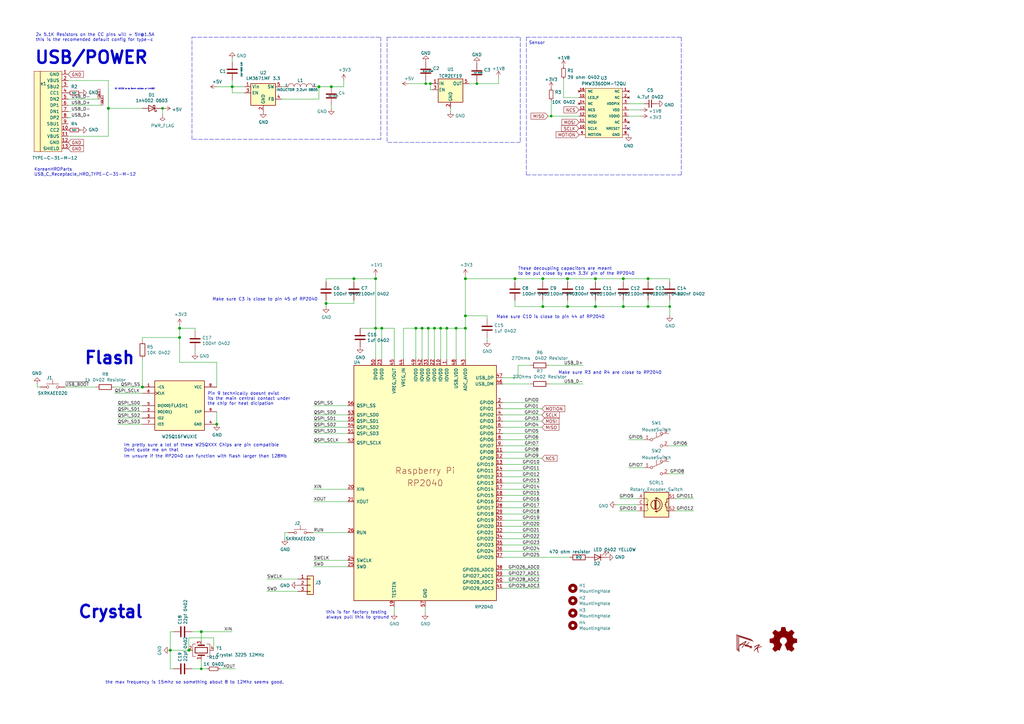
<source format=kicad_sch>
(kicad_sch (version 20210621) (generator eeschema)
  (paper "A3")
  (title_block (date "2021-10-30"))
  (junction (at 44.45 44.45) (diameter 1.016))
  (junction (at 58.42 158.75) (diameter 1.016))
  (junction (at 66.675 44.45))
  (junction (at 69.85 266.7) (diameter 1.016))
  (junction (at 73.66 134.62) (diameter 1.016))
  (junction (at 73.66 138.43) (diameter 1.016))
  (junction (at 77.47 266.7) (diameter 1.016))
  (junction (at 82.55 259.08) (diameter 1.016))
  (junction (at 82.55 274.32))
  (junction (at 88.9 173.99) (diameter 1.016))
  (junction (at 95.25 35.56) (diameter 1.016))
  (junction (at 130.81 35.56) (diameter 1.016))
  (junction (at 133.731 124.46) (diameter 1.016))
  (junction (at 135.89 35.56) (diameter 1.016))
  (junction (at 145.161 114.3) (diameter 1.016))
  (junction (at 154.051 114.3) (diameter 1.016))
  (junction (at 154.051 134.62) (diameter 1.016))
  (junction (at 156.591 134.62) (diameter 1.016))
  (junction (at 170.561 134.62) (diameter 1.016))
  (junction (at 173.101 134.62) (diameter 1.016))
  (junction (at 174.625 34.29))
  (junction (at 175.641 134.62) (diameter 1.016))
  (junction (at 176.53 34.29))
  (junction (at 178.181 134.62) (diameter 1.016))
  (junction (at 180.721 134.62) (diameter 1.016))
  (junction (at 183.261 134.62) (diameter 1.016))
  (junction (at 187.071 134.62) (diameter 1.016))
  (junction (at 190.881 114.3) (diameter 1.016))
  (junction (at 190.881 129.54) (diameter 1.016))
  (junction (at 190.881 134.62) (diameter 1.016))
  (junction (at 195.58 34.29))
  (junction (at 211.201 114.3) (diameter 1.016))
  (junction (at 222.631 114.3) (diameter 1.016))
  (junction (at 222.631 125.73) (diameter 1.016))
  (junction (at 226.06 47.625))
  (junction (at 232.791 114.3) (diameter 1.016))
  (junction (at 232.791 125.73) (diameter 1.016))
  (junction (at 244.221 114.3) (diameter 1.016))
  (junction (at 244.221 125.73) (diameter 1.016))
  (junction (at 255.651 114.3) (diameter 1.016))
  (junction (at 255.651 125.73) (diameter 1.016))
  (junction (at 265.811 114.3) (diameter 1.016))
  (junction (at 265.811 125.73) (diameter 1.016))
  (junction (at 274.701 125.73))
  (no_connect (at 257.81 52.705))
  (wire (pts (xy 15.24 158.75) (xy 15.24 157.48)))
  (wire (pts (xy 16.51 158.75) (xy 15.24 158.75)))
  (wire (pts (xy 27.94 33.02) (xy 44.45 33.02)))
  (wire (pts (xy 27.94 40.64) (xy 40.64 40.64)))
  (wire (pts (xy 27.94 43.18) (xy 41.91 43.18)))
  (wire (pts (xy 27.94 45.72) (xy 29.21 45.72)))
  (wire (pts (xy 27.94 48.26) (xy 29.21 48.26)))
  (wire (pts (xy 39.37 158.75) (xy 26.67 158.75)))
  (wire (pts (xy 44.45 33.02) (xy 44.45 44.45)))
  (wire (pts (xy 44.45 44.45) (xy 44.45 55.88)))
  (wire (pts (xy 44.45 44.45) (xy 58.42 44.45)))
  (wire (pts (xy 44.45 55.88) (xy 27.94 55.88)))
  (wire (pts (xy 46.99 158.75) (xy 58.42 158.75)))
  (wire (pts (xy 46.99 161.29) (xy 58.42 161.29)))
  (wire (pts (xy 48.26 168.91) (xy 58.42 168.91)))
  (wire (pts (xy 58.42 138.43) (xy 73.66 138.43)))
  (wire (pts (xy 58.42 139.7) (xy 58.42 138.43)))
  (wire (pts (xy 58.42 147.32) (xy 58.42 158.75)))
  (wire (pts (xy 58.42 166.37) (xy 48.26 166.37)))
  (wire (pts (xy 58.42 171.45) (xy 48.26 171.45)))
  (wire (pts (xy 58.42 173.99) (xy 48.26 173.99)))
  (wire (pts (xy 66.675 44.45) (xy 66.04 44.45)))
  (wire (pts (xy 66.675 44.45) (xy 67.31 44.45)))
  (wire (pts (xy 66.675 46.99) (xy 66.675 44.45)))
  (wire (pts (xy 69.85 259.08) (xy 71.12 259.08)))
  (wire (pts (xy 69.85 266.7) (xy 69.85 259.08)))
  (wire (pts (xy 69.85 266.7) (xy 69.85 274.32)))
  (wire (pts (xy 69.85 266.7) (xy 77.47 266.7)))
  (wire (pts (xy 69.85 274.32) (xy 71.12 274.32)))
  (wire (pts (xy 73.66 133.35) (xy 73.66 134.62)))
  (wire (pts (xy 73.66 134.62) (xy 73.66 138.43)))
  (wire (pts (xy 73.66 138.43) (xy 73.66 148.59)))
  (wire (pts (xy 73.66 148.59) (xy 88.9 148.59)))
  (wire (pts (xy 77.47 261.62) (xy 87.63 261.62)))
  (wire (pts (xy 77.47 266.7) (xy 77.47 261.62)))
  (wire (pts (xy 78.74 259.08) (xy 82.55 259.08)))
  (wire (pts (xy 78.74 274.32) (xy 82.55 274.32)))
  (wire (pts (xy 80.01 134.62) (xy 73.66 134.62)))
  (wire (pts (xy 80.01 135.89) (xy 80.01 134.62)))
  (wire (pts (xy 80.01 143.51) (xy 80.01 144.78)))
  (wire (pts (xy 82.55 259.08) (xy 82.55 262.89)))
  (wire (pts (xy 82.55 259.08) (xy 95.25 259.08)))
  (wire (pts (xy 82.55 270.51) (xy 82.55 274.32)))
  (wire (pts (xy 82.55 274.32) (xy 85.09 274.32)))
  (wire (pts (xy 87.63 261.62) (xy 87.63 266.7)))
  (wire (pts (xy 88.9 35.56) (xy 95.25 35.56)))
  (wire (pts (xy 88.9 158.75) (xy 88.9 148.59)))
  (wire (pts (xy 88.9 168.91) (xy 88.9 173.99)))
  (wire (pts (xy 90.17 274.32) (xy 96.52 274.32)))
  (wire (pts (xy 95.25 25.4) (xy 95.25 24.13)))
  (wire (pts (xy 95.25 33.02) (xy 95.25 35.56)))
  (wire (pts (xy 95.25 35.56) (xy 100.33 35.56)))
  (wire (pts (xy 95.25 38.1) (xy 95.25 35.56)))
  (wire (pts (xy 95.25 38.1) (xy 100.33 38.1)))
  (wire (pts (xy 109.474 242.57) (xy 122.174 242.57)))
  (wire (pts (xy 115.57 35.56) (xy 116.84 35.56)))
  (wire (pts (xy 115.57 40.64) (xy 130.81 40.64)))
  (wire (pts (xy 116.84 218.44) (xy 116.84 220.98)))
  (wire (pts (xy 118.11 218.44) (xy 116.84 218.44)))
  (wire (pts (xy 122.174 237.49) (xy 109.474 237.49)))
  (wire (pts (xy 128.27 218.44) (xy 142.621 218.44)))
  (wire (pts (xy 128.651 170.18) (xy 142.621 170.18)))
  (wire (pts (xy 128.651 172.72) (xy 142.621 172.72)))
  (wire (pts (xy 128.651 175.26) (xy 142.621 175.26)))
  (wire (pts (xy 128.651 177.8) (xy 142.621 177.8)))
  (wire (pts (xy 128.651 200.66) (xy 142.621 200.66)))
  (wire (pts (xy 129.54 35.56) (xy 130.81 35.56)))
  (wire (pts (xy 130.81 35.56) (xy 135.89 35.56)))
  (wire (pts (xy 130.81 40.64) (xy 130.81 35.56)))
  (wire (pts (xy 133.731 114.3) (xy 145.161 114.3)))
  (wire (pts (xy 133.731 115.57) (xy 133.731 114.3)))
  (wire (pts (xy 133.731 123.19) (xy 133.731 124.46)))
  (wire (pts (xy 133.731 124.46) (xy 133.731 125.73)))
  (wire (pts (xy 133.731 124.46) (xy 145.161 124.46)))
  (wire (pts (xy 135.89 43.18) (xy 135.89 44.45)))
  (wire (pts (xy 140.97 33.02) (xy 140.97 35.56)))
  (wire (pts (xy 140.97 35.56) (xy 135.89 35.56)))
  (wire (pts (xy 142.621 166.37) (xy 128.651 166.37)))
  (wire (pts (xy 142.621 181.61) (xy 128.651 181.61)))
  (wire (pts (xy 142.621 205.74) (xy 128.651 205.74)))
  (wire (pts (xy 142.621 229.87) (xy 128.651 229.87)))
  (wire (pts (xy 142.621 232.41) (xy 128.651 232.41)))
  (wire (pts (xy 145.161 114.3) (xy 154.051 114.3)))
  (wire (pts (xy 145.161 115.57) (xy 145.161 114.3)))
  (wire (pts (xy 145.161 124.46) (xy 145.161 123.19)))
  (wire (pts (xy 154.051 113.03) (xy 154.051 114.3)))
  (wire (pts (xy 154.051 114.3) (xy 154.051 134.62)))
  (wire (pts (xy 154.051 134.62) (xy 147.701 134.62)))
  (wire (pts (xy 154.051 134.62) (xy 154.051 147.32)))
  (wire (pts (xy 156.591 134.62) (xy 154.051 134.62)))
  (wire (pts (xy 156.591 147.32) (xy 156.591 134.62)))
  (wire (pts (xy 161.671 134.62) (xy 156.591 134.62)))
  (wire (pts (xy 161.671 147.32) (xy 161.671 134.62)))
  (wire (pts (xy 161.671 248.92) (xy 161.671 251.46)))
  (wire (pts (xy 165.481 134.62) (xy 170.561 134.62)))
  (wire (pts (xy 165.481 147.32) (xy 165.481 134.62)))
  (wire (pts (xy 167.64 34.29) (xy 174.625 34.29)))
  (wire (pts (xy 170.561 134.62) (xy 173.101 134.62)))
  (wire (pts (xy 170.561 147.32) (xy 170.561 134.62)))
  (wire (pts (xy 173.101 134.62) (xy 175.641 134.62)))
  (wire (pts (xy 173.101 147.32) (xy 173.101 134.62)))
  (wire (pts (xy 174.371 248.92) (xy 174.371 251.46)))
  (wire (pts (xy 174.625 33.02) (xy 174.625 34.29)))
  (wire (pts (xy 174.625 34.29) (xy 176.53 34.29)))
  (wire (pts (xy 175.641 134.62) (xy 178.181 134.62)))
  (wire (pts (xy 175.641 147.32) (xy 175.641 134.62)))
  (wire (pts (xy 176.53 34.29) (xy 176.53 36.83)))
  (wire (pts (xy 176.53 34.29) (xy 177.165 34.29)))
  (wire (pts (xy 176.53 36.83) (xy 177.165 36.83)))
  (wire (pts (xy 178.181 134.62) (xy 180.721 134.62)))
  (wire (pts (xy 178.181 147.32) (xy 178.181 134.62)))
  (wire (pts (xy 180.721 134.62) (xy 183.261 134.62)))
  (wire (pts (xy 180.721 147.32) (xy 180.721 134.62)))
  (wire (pts (xy 183.261 134.62) (xy 183.261 147.32)))
  (wire (pts (xy 183.261 134.62) (xy 187.071 134.62)))
  (wire (pts (xy 184.785 44.45) (xy 184.785 45.72)))
  (wire (pts (xy 187.071 134.62) (xy 190.881 134.62)))
  (wire (pts (xy 187.071 147.32) (xy 187.071 134.62)))
  (wire (pts (xy 190.881 113.03) (xy 190.881 114.3)))
  (wire (pts (xy 190.881 114.3) (xy 190.881 129.54)))
  (wire (pts (xy 190.881 114.3) (xy 211.201 114.3)))
  (wire (pts (xy 190.881 129.54) (xy 190.881 134.62)))
  (wire (pts (xy 190.881 129.54) (xy 199.771 129.54)))
  (wire (pts (xy 190.881 134.62) (xy 190.881 147.32)))
  (wire (pts (xy 192.405 34.29) (xy 195.58 34.29)))
  (wire (pts (xy 195.58 34.29) (xy 195.58 33.655)))
  (wire (pts (xy 195.58 34.29) (xy 204.47 34.29)))
  (wire (pts (xy 199.771 130.81) (xy 199.771 129.54)))
  (wire (pts (xy 199.771 138.43) (xy 199.771 139.7)))
  (wire (pts (xy 204.47 31.75) (xy 204.47 34.29)))
  (wire (pts (xy 206.121 154.94) (xy 212.471 154.94)))
  (wire (pts (xy 206.121 157.48) (xy 217.551 157.48)))
  (wire (pts (xy 206.121 165.1) (xy 220.98 165.1)))
  (wire (pts (xy 206.121 167.64) (xy 222.25 167.64)))
  (wire (pts (xy 206.121 170.18) (xy 222.25 170.18)))
  (wire (pts (xy 206.121 172.72) (xy 222.25 172.72)))
  (wire (pts (xy 206.121 175.26) (xy 222.25 175.26)))
  (wire (pts (xy 206.121 177.8) (xy 220.98 177.8)))
  (wire (pts (xy 206.121 180.34) (xy 220.98 180.34)))
  (wire (pts (xy 206.121 182.88) (xy 220.98 182.88)))
  (wire (pts (xy 206.121 185.42) (xy 220.98 185.42)))
  (wire (pts (xy 206.121 187.96) (xy 222.25 187.96)))
  (wire (pts (xy 206.121 190.5) (xy 221.361 190.5)))
  (wire (pts (xy 206.121 193.04) (xy 221.361 193.04)))
  (wire (pts (xy 206.121 195.58) (xy 221.361 195.58)))
  (wire (pts (xy 206.121 198.12) (xy 221.361 198.12)))
  (wire (pts (xy 206.121 200.66) (xy 221.361 200.66)))
  (wire (pts (xy 206.121 203.2) (xy 221.361 203.2)))
  (wire (pts (xy 206.121 205.74) (xy 221.361 205.74)))
  (wire (pts (xy 206.121 208.28) (xy 221.361 208.28)))
  (wire (pts (xy 206.121 210.82) (xy 221.361 210.82)))
  (wire (pts (xy 206.121 213.36) (xy 221.361 213.36)))
  (wire (pts (xy 206.121 215.9) (xy 221.361 215.9)))
  (wire (pts (xy 206.121 218.44) (xy 221.361 218.44)))
  (wire (pts (xy 206.121 220.98) (xy 221.361 220.98)))
  (wire (pts (xy 206.121 223.52) (xy 221.361 223.52)))
  (wire (pts (xy 206.121 226.06) (xy 221.361 226.06)))
  (wire (pts (xy 206.121 228.6) (xy 233.68 228.6)))
  (wire (pts (xy 206.121 233.68) (xy 221.361 233.68)))
  (wire (pts (xy 206.121 236.22) (xy 221.361 236.22)))
  (wire (pts (xy 206.121 238.76) (xy 221.361 238.76)))
  (wire (pts (xy 206.121 241.3) (xy 221.361 241.3)))
  (wire (pts (xy 211.201 114.3) (xy 222.631 114.3)))
  (wire (pts (xy 211.201 115.57) (xy 211.201 114.3)))
  (wire (pts (xy 211.201 123.19) (xy 211.201 125.73)))
  (wire (pts (xy 211.201 125.73) (xy 222.631 125.73)))
  (wire (pts (xy 212.471 149.86) (xy 212.471 154.94)))
  (wire (pts (xy 212.471 149.86) (xy 217.551 149.86)))
  (wire (pts (xy 222.631 114.3) (xy 232.791 114.3)))
  (wire (pts (xy 222.631 115.57) (xy 222.631 114.3)))
  (wire (pts (xy 222.631 125.73) (xy 222.631 123.19)))
  (wire (pts (xy 222.631 125.73) (xy 232.791 125.73)))
  (wire (pts (xy 224.79 47.625) (xy 226.06 47.625)))
  (wire (pts (xy 225.171 149.86) (xy 239.141 149.86)))
  (wire (pts (xy 225.171 157.48) (xy 239.141 157.48)))
  (wire (pts (xy 226.06 41.275) (xy 226.06 47.625)))
  (wire (pts (xy 226.06 47.625) (xy 237.49 47.625)))
  (wire (pts (xy 231.14 32.385) (xy 231.14 40.005)))
  (wire (pts (xy 231.14 40.005) (xy 237.49 40.005)))
  (wire (pts (xy 232.791 114.3) (xy 244.221 114.3)))
  (wire (pts (xy 232.791 115.57) (xy 232.791 114.3)))
  (wire (pts (xy 232.791 123.19) (xy 232.791 125.73)))
  (wire (pts (xy 244.221 114.3) (xy 255.651 114.3)))
  (wire (pts (xy 244.221 115.57) (xy 244.221 114.3)))
  (wire (pts (xy 244.221 123.19) (xy 244.221 125.73)))
  (wire (pts (xy 244.221 125.73) (xy 232.791 125.73)))
  (wire (pts (xy 252.73 207.01) (xy 261.62 207.01)))
  (wire (pts (xy 254 204.47) (xy 261.62 204.47)))
  (wire (pts (xy 254 209.55) (xy 261.62 209.55)))
  (wire (pts (xy 255.651 114.3) (xy 265.811 114.3)))
  (wire (pts (xy 255.651 115.57) (xy 255.651 114.3)))
  (wire (pts (xy 255.651 123.19) (xy 255.651 125.73)))
  (wire (pts (xy 255.651 125.73) (xy 244.221 125.73)))
  (wire (pts (xy 257.81 42.545) (xy 264.16 42.545)))
  (wire (pts (xy 257.81 45.085) (xy 262.89 45.085)))
  (wire (pts (xy 257.81 47.625) (xy 262.89 47.625)))
  (wire (pts (xy 257.81 180.34) (xy 264.16 180.34)))
  (wire (pts (xy 257.81 191.77) (xy 264.16 191.77)))
  (wire (pts (xy 265.811 114.3) (xy 265.811 115.57)))
  (wire (pts (xy 265.811 114.3) (xy 274.701 114.3)))
  (wire (pts (xy 265.811 123.19) (xy 265.811 125.73)))
  (wire (pts (xy 265.811 125.73) (xy 255.651 125.73)))
  (wire (pts (xy 274.32 182.88) (xy 281.94 182.88)))
  (wire (pts (xy 274.32 194.31) (xy 280.67 194.31)))
  (wire (pts (xy 274.701 114.3) (xy 274.701 115.57)))
  (wire (pts (xy 274.701 123.19) (xy 274.701 125.73)))
  (wire (pts (xy 274.701 125.73) (xy 265.811 125.73)))
  (wire (pts (xy 274.701 129.286) (xy 274.701 125.73)))
  (wire (pts (xy 276.86 204.47) (xy 284.48 204.47)))
  (wire (pts (xy 276.86 209.55) (xy 284.48 209.55)))
  (polyline (pts (xy 78.74 15.24) (xy 156.21 15.24)))
  (polyline (pts (xy 78.74 57.15) (xy 78.74 15.24)))
  (polyline (pts (xy 156.21 15.24) (xy 156.21 57.15)))
  (polyline (pts (xy 156.21 57.15) (xy 78.74 57.15)))
  (polyline (pts (xy 158.75 15.24) (xy 158.75 58.42)))
  (polyline (pts (xy 158.75 15.24) (xy 213.36 15.24)))
  (polyline (pts (xy 213.36 15.24) (xy 213.36 58.42)))
  (polyline (pts (xy 213.36 58.42) (xy 158.75 58.42)))
  (polyline (pts (xy 215.9 15.24) (xy 215.9 71.755)) (stroke (width 0) (type dash)))
  (polyline (pts (xy 215.9 15.24) (xy 279.4 15.24)) (stroke (width 0) (type dash)))
  (polyline (pts (xy 279.4 15.24) (xy 279.4 71.755)) (stroke (width 0) (type dash)))
  (polyline (pts (xy 279.4 71.755) (xy 215.9 71.755)) (stroke (width 0) (type dash)))
  (text "USB/POWER" (at 13.97 26.67 0) (effects (font (size 5.0038 5.0038) (thickness 1.0008) bold) (justify left bottom)))
  (text "KoreanHROParts \nUSB_C_Receptacle_HRO_TYPE-C-31-M-12" (at 13.97 72.39 0) (effects (font (size 1.27 1.27)) (justify left bottom)))
  (text "2x 5.1K Resistors on the CC pins will = 5V@1.5A\nthis is the recomended default config for type-c" (at 14.605 17.145 0) (effects (font (size 1.27 1.27)) (justify left bottom)))
  (text "Crystal" (at 31.75 254 0) (effects (font (size 5.0038 5.0038) (thickness 1.0008) bold) (justify left bottom)))
  (text "Flash" (at 34.29 149.86 0) (effects (font (size 5.0038 5.0038) (thickness 1.0008) bold) (justify left bottom)))
  (text "the max frequency is 15mhz so something about 8 to 12Mhz seems good." (at 43.18 280.67 0) (effects (font (size 1.27 1.27)) (justify left bottom)))
  (text "D1 NEEDS to be 0omh resistor or 1n4002" (at 46.99 36.83 0) (effects (font (size 0.508 0.508)) (justify left bottom)))
  (text "Im pretty sure a lot of these W25QXXX Chips are pin compatible\nDont quote me on that" (at 50.8 185.42 0) (effects (font (size 1.27 1.27)) (justify left bottom)))
  (text "Im unsure if the RP2040 can function with flash larger than 128Mb" (at 50.8 187.96 0) (effects (font (size 1.27 1.27)) (justify left bottom)))
  (text "Pin 9 technically doesnt exist\nits the main central contact under\nthe chip for heat dicipation" (at 85.09 166.37 0) (effects (font (size 1.27 1.27)) (justify left bottom)))
  (text "Make sure C3 is close to pin 45 of RP2040" (at 130.302 123.571 180) (effects (font (size 1.27 1.27)) (justify right bottom)))
  (text "this is for factory testing\nalways pull this to ground" (at 133.731 254 0) (effects (font (size 1.27 1.27)) (justify left bottom)))
  (text "Make sure C10 is close to pin 44 of RP2040" (at 203.581 130.81 0) (effects (font (size 1.27 1.27)) (justify left bottom)))
  (text "These decoupling capacitors are meant\nto be put close by each 3.3V pin of the RP2040" (at 212.471 113.03 0) (effects (font (size 1.27 1.27)) (justify left bottom)))
  (text "Sensor" (at 223.52 18.415 180) (effects (font (size 1.27 1.27)) (justify right bottom)))
  (text "Make sure R3 and R4 are close to RP2040" (at 228.981 153.67 0) (effects (font (size 1.27 1.27)) (justify left bottom)))
  (label "~{USB_BOOT}" (at 26.67 158.75 0))
  (label "USB_D-" (at 29.21 40.64 0))
  (label "USB_D+" (at 29.21 43.18 0))
  (label "USB_D-" (at 29.21 45.72 0))
  (label "USB_D+" (at 29.21 48.26 0))
  (label "QSPI_SCLK" (at 46.99 161.29 0))
  (label "QSPI_SD0" (at 48.26 166.37 0))
  (label "QSPI_SD1" (at 48.26 168.91 0))
  (label "QSPI_SD2" (at 48.26 171.45 0))
  (label "QSPI_SD3" (at 48.26 173.99 0))
  (label "QSPI_SS" (at 49.53 158.75 0))
  (label "XIN" (at 95.25 259.08 180))
  (label "XOUT" (at 96.52 274.32 180))
  (label "SWCLK" (at 109.474 237.49 0))
  (label "SWD" (at 109.474 242.57 0))
  (label "QSPI_SS" (at 128.651 166.37 0))
  (label "QSPI_SD0" (at 128.651 170.18 0))
  (label "QSPI_SD1" (at 128.651 172.72 0))
  (label "QSPI_SD2" (at 128.651 175.26 0))
  (label "QSPI_SD3" (at 128.651 177.8 0))
  (label "QSPI_SCLK" (at 128.651 181.61 0))
  (label "XIN" (at 128.651 200.66 0))
  (label "XOUT" (at 128.651 205.74 0))
  (label "RUN" (at 128.651 218.44 0))
  (label "SWCLK" (at 128.651 229.87 0))
  (label "SWD" (at 128.651 232.41 0))
  (label "GPIO0" (at 220.98 165.1 180))
  (label "GPIO1" (at 220.98 167.64 180))
  (label "GPIO2" (at 220.98 170.18 180))
  (label "GPIO3" (at 220.98 172.72 180))
  (label "GPIO4" (at 220.98 175.26 180))
  (label "GPIO5" (at 220.98 177.8 180))
  (label "GPIO6" (at 220.98 180.34 180))
  (label "GPIO7" (at 220.98 182.88 180))
  (label "GPIO8" (at 220.98 185.42 180))
  (label "GPIO9" (at 220.98 187.96 180))
  (label "GPIO10" (at 221.361 190.5 180))
  (label "GPIO11" (at 221.361 193.04 180))
  (label "GPIO12" (at 221.361 195.58 180))
  (label "GPIO13" (at 221.361 198.12 180))
  (label "GPIO14" (at 221.361 200.66 180))
  (label "GPIO15" (at 221.361 203.2 180))
  (label "GPIO16" (at 221.361 205.74 180))
  (label "GPIO17" (at 221.361 208.28 180))
  (label "GPIO18" (at 221.361 210.82 180))
  (label "GPIO19" (at 221.361 213.36 180))
  (label "GPIO20" (at 221.361 215.9 180))
  (label "GPIO21" (at 221.361 218.44 180))
  (label "GPIO22" (at 221.361 220.98 180))
  (label "GPIO23" (at 221.361 223.52 180))
  (label "GPIO24" (at 221.361 226.06 180))
  (label "GPIO25" (at 221.361 228.6 180))
  (label "GPIO26_ADC0" (at 221.361 233.68 180))
  (label "GPIO27_ADC1" (at 221.361 236.22 180))
  (label "GPIO28_ADC2" (at 221.361 238.76 180))
  (label "GPIO29_ADC3" (at 221.361 241.3 180))
  (label "USB_D+" (at 239.141 149.86 180))
  (label "USB_D-" (at 239.141 157.48 180))
  (label "GPIO9" (at 254 204.47 0))
  (label "GPIO10" (at 254 209.55 0))
  (label "GPIO5" (at 257.81 180.34 0))
  (label "GPIO7" (at 257.81 191.77 0))
  (label "GPIO8" (at 280.67 194.31 180))
  (label "GPIO6" (at 281.94 182.88 180))
  (label "GPIO11" (at 284.48 204.47 180))
  (label "GPIO12" (at 284.48 209.55 180))
  (global_label "GND" (shape input) (at 27.94 30.48 0) (property "Intersheet References" "${INTERSHEET_REFS}" (effects hide)))
  (global_label "GND" (shape input) (at 27.94 58.42 0) (property "Intersheet References" "${INTERSHEET_REFS}" (effects hide)))
  (global_label "GND" (shape input) (at 27.94 60.96 0) (property "Intersheet References" "${INTERSHEET_REFS}" (effects hide)))
  (global_label "USB_D-" (shape input) (at 40.64 40.64 90) (effects (font (size 0.508 0.508))) (property "Intersheet References" "${INTERSHEET_REFS}" (effects hide)))
  (global_label "USB_D+" (shape input) (at 41.91 43.18 90) (effects (font (size 0.508 0.508))) (property "Intersheet References" "${INTERSHEET_REFS}" (effects hide)))
  (global_label "MOTION" (shape input) (at 222.25 167.64 0) (property "Intersheet References" "${INTERSHEET_REFS}" (effects hide)))
  (global_label "SCLK" (shape input) (at 222.25 170.18 0) (property "Intersheet References" "${INTERSHEET_REFS}" (effects hide)))
  (global_label "MOSI" (shape input) (at 222.25 172.72 0) (property "Intersheet References" "${INTERSHEET_REFS}" (effects hide)))
  (global_label "MISO" (shape input) (at 222.25 175.26 0) (property "Intersheet References" "${INTERSHEET_REFS}" (effects hide)))
  (global_label "NCS" (shape input) (at 222.25 187.96 0) (property "Intersheet References" "${INTERSHEET_REFS}" (effects hide)))
  (global_label "MISO" (shape input) (at 224.79 47.625 180) (property "Intersheet References" "${INTERSHEET_REFS}" (effects hide)))
  (global_label "NCS" (shape input) (at 237.49 45.085 180) (property "Intersheet References" "${INTERSHEET_REFS}" (effects hide)))
  (global_label "MOSI" (shape input) (at 237.49 50.165 180) (property "Intersheet References" "${INTERSHEET_REFS}" (effects hide)))
  (global_label "SCLK" (shape input) (at 237.49 52.705 180) (property "Intersheet References" "${INTERSHEET_REFS}" (effects hide)))
  (global_label "MOTION" (shape input) (at 237.49 55.245 180) (property "Intersheet References" "${INTERSHEET_REFS}" (effects hide)))
  (symbol (lib_id "power:+5V") (at 67.31 44.45 270) (unit 1)
    (property "Reference" "#PWR012" (effects hide))
    (property "Value" "+5V" (at 70.485 44.929 90) (effects (justify left)))
  )
  (symbol (lib_id "power:+3V3") (at 73.66 133.35 0) (unit 1)
    (property "Reference" "#PWR024" (effects hide))
    (property "Value" "+3V3" (at 74.041 128.9558 0))
  )
  (symbol (lib_id "power:+5V") (at 88.9 35.56 90) (unit 1)
    (property "Reference" "#PWR08" (effects hide))
    (property "Value" "+5V" (at 86.9951 33.499 90) (effects (justify right)))
  )
  (symbol (lib_id "power:+3V3") (at 140.97 33.02 0) (unit 1)
    (property "Reference" "#PWR06" (effects hide))
    (property "Value" "+3V3" (at 141.351 28.6258 0))
  )
  (symbol (lib_id "power:+1V1") (at 154.051 113.03 0) (unit 1)
    (property "Reference" "#PWR020" (effects hide))
    (property "Value" "+1V1" (at 154.432 108.6358 0))
  )
  (symbol (lib_id "power:+5V") (at 167.64 34.29 90) (unit 1)
    (property "Reference" "#PWR07" (effects hide))
    (property "Value" "+5V" (at 165.7351 32.229 90) (effects (justify right)))
  )
  (symbol (lib_id "power:+3V3") (at 190.881 113.03 0) (unit 1)
    (property "Reference" "#PWR021" (effects hide))
    (property "Value" "+3V3" (at 191.262 108.6358 0))
  )
  (symbol (lib_id "power:+1V8") (at 204.47 31.75 0) (unit 1)
    (property "Reference" "#PWR05" (effects hide))
    (property "Value" "+1V8" (at 204.47 28.1455 0))
  )
  (symbol (lib_id "power:+3V3") (at 226.06 36.195 0) (unit 1)
    (property "Reference" "#PWR09" (effects hide))
    (property "Value" "+3V3" (at 226.06 32.5905 0))
  )
  (symbol (lib_id "power:+1V8") (at 231.14 27.305 0) (unit 1)
    (property "Reference" "#PWR04" (effects hide))
    (property "Value" "+1V8" (at 231.14 23.7005 0))
  )
  (symbol (lib_id "power:+1V8") (at 262.89 45.085 270) (unit 1)
    (property "Reference" "#PWR014" (effects hide))
    (property "Value" "+1V8" (at 266.0649 45.564 90) (effects (justify left)))
  )
  (symbol (lib_id "power:+3V3") (at 262.89 47.625 270) (unit 1)
    (property "Reference" "#PWR017" (effects hide))
    (property "Value" "+3V3" (at 266.0649 48.104 90) (effects (justify left)))
  )
  (symbol (lib_id "power:PWR_FLAG") (at 66.675 46.99 180) (unit 1)
    (property "Reference" "#FLG01" (effects hide))
    (property "Value" "PWR_FLAG" (at 66.675 51.5524 0))
  )
  (symbol (lib_id "power:GND") (at 15.24 157.48 180) (unit 1)
    (property "Reference" "#PWR028" (effects hide))
    (property "Value" "GND" (at 15.113 153.0858 0))
  )
  (symbol (lib_id "power:GND") (at 33.02 38.1 90) (unit 1)
    (property "Reference" "#PWR010" (effects hide))
    (property "Value" "GND" (at 36.2712 37.973 90) (effects (justify right)))
  )
  (symbol (lib_id "power:GND") (at 33.02 53.34 90) (unit 1)
    (property "Reference" "#PWR018" (effects hide))
    (property "Value" "GND" (at 36.2712 53.213 90) (effects (justify right)))
  )
  (symbol (lib_id "power:GND") (at 69.85 266.7 270) (unit 1)
    (property "Reference" "#PWR035" (effects hide))
    (property "Value" "GND" (at 65.4558 266.827 0))
  )
  (symbol (lib_id "power:GND") (at 80.01 144.78 0) (unit 1)
    (property "Reference" "#PWR027" (effects hide))
    (property "Value" "GND" (at 83.82 146.05 0))
  )
  (symbol (lib_id "power:GND") (at 88.9 173.99 0) (unit 1)
    (property "Reference" "#PWR029" (effects hide))
    (property "Value" "GND" (at 89.027 178.3842 0))
  )
  (symbol (lib_id "power:GND") (at 95.25 24.13 180) (unit 1)
    (property "Reference" "#PWR01" (effects hide))
    (property "Value" "GND" (at 99.06 22.86 0))
  )
  (symbol (lib_id "power:GND") (at 107.95 45.72 0) (unit 1)
    (property "Reference" "#PWR015" (effects hide))
    (property "Value" "GND" (at 108.077 50.1142 0))
  )
  (symbol (lib_id "power:GND") (at 116.84 220.98 0) (unit 1)
    (property "Reference" "#PWR030" (effects hide))
    (property "Value" "GND" (at 116.967 225.3742 0))
  )
  (symbol (lib_id "power:GND") (at 122.174 240.03 270) (unit 1)
    (property "Reference" "#PWR032" (effects hide))
    (property "Value" "GND" (at 118.9228 240.157 90) (effects (justify right)))
  )
  (symbol (lib_id "power:GND") (at 133.731 125.73 0) (unit 1)
    (property "Reference" "#PWR022" (effects hide))
    (property "Value" "GND" (at 133.858 130.1242 0))
  )
  (symbol (lib_id "power:GND") (at 135.89 44.45 0) (unit 1)
    (property "Reference" "#PWR013" (effects hide))
    (property "Value" "GND" (at 132.08 45.72 0))
  )
  (symbol (lib_id "power:GND") (at 147.701 142.24 0) (unit 1)
    (property "Reference" "#PWR026" (effects hide))
    (property "Value" "GND" (at 147.828 146.6342 0))
  )
  (symbol (lib_id "power:GND") (at 161.671 251.46 0) (unit 1)
    (property "Reference" "#PWR033" (effects hide))
    (property "Value" "GND" (at 161.798 255.8542 0))
  )
  (symbol (lib_id "power:GND") (at 174.371 251.46 0) (unit 1)
    (property "Reference" "#PWR034" (effects hide))
    (property "Value" "GND" (at 174.498 255.8542 0))
  )
  (symbol (lib_id "power:GND") (at 174.625 25.4 180) (unit 1)
    (property "Reference" "#PWR02" (effects hide))
    (property "Value" "GND" (at 174.625 21.7955 0))
  )
  (symbol (lib_id "power:GND") (at 184.785 45.72 0) (unit 1)
    (property "Reference" "#PWR016" (effects hide))
    (property "Value" "GND" (at 186.69 47.4689 0) (effects (justify left)))
  )
  (symbol (lib_id "power:GND") (at 195.58 26.035 180) (unit 1)
    (property "Reference" "#PWR03" (effects hide))
    (property "Value" "GND" (at 195.58 22.4305 0))
  )
  (symbol (lib_id "power:GND") (at 199.771 139.7 0) (unit 1)
    (property "Reference" "#PWR025" (effects hide))
    (property "Value" "GND" (at 199.898 144.0942 0))
  )
  (symbol (lib_id "power:GND") (at 248.92 228.6 90) (unit 1)
    (property "Reference" "#PWR031" (effects hide))
    (property "Value" "GND" (at 252.1712 228.473 90) (effects (justify right)))
  )
  (symbol (lib_id "power:GND") (at 252.73 207.01 270) (unit 1)
    (property "Reference" "#PWR?" (effects hide))
    (property "Value" "GND" (at 249.555 207.489 90) (effects (justify right)))
  )
  (symbol (lib_id "power:GND") (at 257.81 55.245 0) (unit 1)
    (property "Reference" "#PWR019" (effects hide))
    (property "Value" "GND" (at 257.81 59.8074 0))
  )
  (symbol (lib_id "power:GND") (at 269.24 42.545 90) (unit 1)
    (property "Reference" "#PWR011" (effects hide))
    (property "Value" "GND" (at 272.415 43.024 90) (effects (justify right)))
  )
  (symbol (lib_id "power:GND") (at 274.701 129.286 0) (unit 1)
    (property "Reference" "#PWR023" (effects hide))
    (property "Value" "GND" (at 274.828 133.6802 0))
  )
  (symbol (lib_id "Device:R_Small") (at 30.48 38.1 270) (unit 1)
    (property "Reference" "R2" (at 30.48 35.56 90))
    (property "Value" "5.1K" (at 30.48 38.1 90) (effects (font (size 0.508 0.508))))
    (property "Footprint" "Resistor_SMD:R_0402_1005Metric" (effects hide))
  )
  (symbol (lib_id "Device:R_Small") (at 30.48 53.34 270) (unit 1)
    (property "Reference" "R4" (at 30.48 50.8 90))
    (property "Value" "5.1K" (at 30.48 53.34 90) (effects (font (size 0.508 0.508))))
    (property "Footprint" "Resistor_SMD:R_0402_1005Metric" (effects hide))
  )
  (symbol (lib_id "Device:R_Small") (at 87.63 274.32 270) (unit 1)
    (property "Reference" "R10" (at 87.63 269.6169 90))
    (property "Value" "1K 0402" (at 87.63 272.392 90))
    (property "Footprint" "Resistor_SMD:R_0402_1005Metric" (effects hide))
  )
  (symbol (lib_id "Device:R_Small") (at 226.06 38.735 0) (unit 1)
    (property "Reference" "R3" (at 227.5586 37.8265 0) (effects (justify left)))
    (property "Value" "10K 0402" (at 226.2886 41.8716 0) (effects (justify left)))
    (property "Footprint" "Resistor_SMD:R_0402_1005Metric" (effects hide))
  )
  (symbol (lib_id "Device:R_Small") (at 231.14 29.845 0) (unit 1)
    (property "Reference" "R1" (at 232.6386 28.9365 0) (effects (justify left)))
    (property "Value" "39 ohm 0402" (at 232.6386 31.7116 0) (effects (justify left)))
    (property "Footprint" "Resistor_SMD:R_0402_1005Metric" (effects hide))
  )
  (symbol (lib_id "Mechanical:MountingHole") (at 234.95 241.3 0) (unit 1)
    (property "Reference" "H1" (at 237.49 240.1316 0) (effects (justify left)))
    (property "Value" "MountingHole" (at 237.49 242.443 0) (effects (justify left)))
    (property "Footprint" "MountingHole:MountingHole_2.2mm_M2" (effects hide))
  )
  (symbol (lib_id "Mechanical:MountingHole") (at 234.95 246.38 0) (unit 1)
    (property "Reference" "H2" (at 237.49 245.2116 0) (effects (justify left)))
    (property "Value" "MountingHole" (at 237.49 247.523 0) (effects (justify left)))
    (property "Footprint" "MountingHole:MountingHole_2.2mm_M2" (effects hide))
  )
  (symbol (lib_id "Mechanical:MountingHole") (at 234.95 251.46 0) (unit 1)
    (property "Reference" "H3" (at 237.49 250.2916 0) (effects (justify left)))
    (property "Value" "MountingHole" (at 237.49 252.603 0) (effects (justify left)))
    (property "Footprint" "MountingHole:MountingHole_2.2mm_M2" (effects hide))
  )
  (symbol (lib_id "Mechanical:MountingHole") (at 234.95 256.54 0) (unit 1)
    (property "Reference" "H4" (at 237.49 255.3716 0) (effects (justify left)))
    (property "Value" "MountingHole" (at 237.49 257.683 0) (effects (justify left)))
    (property "Footprint" "MountingHole:MountingHole_2.2mm_M2" (effects hide))
  )
  (symbol (lib_id "Device:C_Small") (at 266.7 42.545 90) (unit 1)
    (property "Reference" "C5" (at 266.7 37.0164 90))
    (property "Value" "4.7uf 0402" (at 266.7 39.7915 90))
    (property "Footprint" "Capacitor_SMD:C_0402_1005Metric" (effects hide))
  )
  (symbol (lib_id "Device:R") (at 43.18 158.75 270) (unit 1)
    (property "Reference" "R8" (at 43.18 153.4922 90))
    (property "Value" "1k 0402 Resistor" (at 43.18 155.8036 90))
    (property "Footprint" "Capacitor_SMD:C_0402_1005Metric" (effects hide))
  )
  (symbol (lib_id "Device:R") (at 58.42 143.51 0) (unit 1)
    (property "Reference" "R5" (at 60.198 142.3416 0) (effects (justify left)))
    (property "Value" "10K 0402" (at 60.198 144.653 0) (effects (justify left)))
    (property "Footprint" "Capacitor_SMD:C_0402_1005Metric" (effects hide))
  )
  (symbol (lib_id "Device:R") (at 221.361 149.86 270) (unit 1)
    (property "Reference" "R6" (at 221.361 144.6022 90))
    (property "Value" " 27Ohms  0402 Resistor" (at 221.361 146.9136 90))
    (property "Footprint" "Capacitor_SMD:C_0402_1005Metric" (effects hide))
  )
  (symbol (lib_id "Device:R") (at 221.361 157.48 270) (unit 1)
    (property "Reference" "R7" (at 221.361 152.2222 90))
    (property "Value" " 27Ohms 0402 Resistor" (at 221.361 154.5336 90))
    (property "Footprint" "Capacitor_SMD:C_0402_1005Metric" (effects hide))
  )
  (symbol (lib_id "Device:R") (at 237.49 228.6 270) (unit 1)
    (property "Reference" "R9" (at 237.363 228.6762 90))
    (property "Value" "470 ohm resistor" (at 233.68 226.2886 90))
    (property "Footprint" "Resistor_SMD:R_0402_1005Metric" (effects hide))
  )
  (symbol (lib_id "pspice:INDUCTOR") (at 123.19 35.56 0) (unit 1)
    (property "Reference" "L1" (at 123.19 33.02 0))
    (property "Value" "INDUCTOR 2.2uH 0805" (at 121.92 36.83 0) (effects (font (size 0.9906 0.9906))))
    (property "Footprint" "Inductor_SMD:L_0805_2012Metric" (effects hide))
  )
  (symbol (lib_id "Device:D_Schottky") (at 62.23 44.45 180) (unit 1)
    (property "Reference" "D1" (at 62.23 38.9382 0))
    (property "Value" "1n4002 0603" (at 62.23 41.2496 0))
    (property "Footprint" "Diode_SMD:D_0603_1608Metric" (effects hide))
  )
  (symbol (lib_id "Device:LED") (at 245.11 228.6 180) (unit 1)
    (property "Reference" "D2" (at 244.856 231.14 0))
    (property "Value" "LED 0402 YELLOW" (at 252.095 225.425 0))
    (property "Footprint" "LED_SMD:LED_0402_1005Metric" (effects hide))
  )
  (symbol (lib_id "Device:C") (at 74.93 259.08 90) (unit 1)
    (property "Reference" "C18" (at 73.7616 256.159 0) (effects (justify left)))
    (property "Value" "22pf 0402" (at 76.073 256.159 0) (effects (justify left)))
    (property "Footprint" "Capacitor_SMD:C_0402_1005Metric" (effects hide))
  )
  (symbol (lib_id "Device:C") (at 74.93 274.32 90) (unit 1)
    (property "Reference" "C19" (at 73.7616 271.399 0) (effects (justify left)))
    (property "Value" "22pf 0402" (at 76.073 271.399 0) (effects (justify left)))
    (property "Footprint" "Capacitor_SMD:C_0402_1005Metric" (effects hide))
  )
  (symbol (lib_id "Device:C") (at 80.01 139.7 0) (unit 1)
    (property "Reference" "C17" (at 82.931 138.5316 0) (effects (justify left)))
    (property "Value" "100nf 0402" (at 82.931 140.843 0) (effects (justify left)))
    (property "Footprint" "Capacitor_SMD:C_0402_1005Metric" (effects hide))
  )
  (symbol (lib_id "Device:C") (at 95.25 29.21 180) (unit 1)
    (property "Reference" "C1" (at 92.71 29.21 0) (effects (justify left)))
    (property "Value" "10uf 0603 6.3V" (at 99.06 25.4 90) (effects (font (size 0.508 0.508)) (justify left)))
    (property "Footprint" "Capacitor_SMD:C_0603_1608Metric" (effects hide))
  )
  (symbol (lib_id "Device:C") (at 133.731 119.38 0) (unit 1)
    (property "Reference" "C6" (at 136.652 118.2116 0) (effects (justify left)))
    (property "Value" "100nf 0402" (at 136.652 120.523 0) (effects (justify left)))
    (property "Footprint" "Capacitor_SMD:C_0402_1005Metric" (effects hide))
  )
  (symbol (lib_id "Device:C") (at 135.89 39.37 0) (unit 1)
    (property "Reference" "C4" (at 138.811 38.2016 0) (effects (justify left)))
    (property "Value" "10uf 0402" (at 134.62 39.37 0) (effects (font (size 0.508 0.508)) (justify left)))
    (property "Footprint" "Capacitor_SMD:C_0402_1005Metric" (effects hide))
  )
  (symbol (lib_id "Device:C") (at 145.161 119.38 0) (unit 1)
    (property "Reference" "C7" (at 148.082 118.2116 0) (effects (justify left)))
    (property "Value" "100nf 0402" (at 148.082 120.523 0) (effects (justify left)))
    (property "Footprint" "Capacitor_SMD:C_0402_1005Metric" (effects hide))
  )
  (symbol (lib_id "Device:C") (at 147.701 138.43 0) (unit 1)
    (property "Reference" "C16" (at 150.622 137.2616 0) (effects (justify left)))
    (property "Value" "1uf 0402" (at 150.622 139.573 0) (effects (justify left)))
    (property "Footprint" "Capacitor_SMD:C_0402_1005Metric" (effects hide))
  )
  (symbol (lib_id "Device:C") (at 174.625 29.21 0) (unit 1)
    (property "Reference" "C2" (at 177.546 28.0416 0) (effects (justify left)))
    (property "Value" "0.1uf 0402" (at 173.355 29.21 0) (effects (font (size 0.508 0.508)) (justify left)))
    (property "Footprint" "Capacitor_SMD:C_0402_1005Metric" (effects hide))
  )
  (symbol (lib_id "Device:C") (at 195.58 29.845 0) (unit 1)
    (property "Reference" "C3" (at 198.501 28.6766 0) (effects (justify left)))
    (property "Value" "1uf 0402" (at 194.31 29.845 0) (effects (font (size 0.508 0.508)) (justify left)))
    (property "Footprint" "Capacitor_SMD:C_0402_1005Metric" (effects hide))
  )
  (symbol (lib_id "Device:C") (at 199.771 134.62 0) (unit 1)
    (property "Reference" "C15" (at 202.692 133.4516 0) (effects (justify left)))
    (property "Value" "1uf 0402" (at 202.692 135.763 0) (effects (justify left)))
    (property "Footprint" "Capacitor_SMD:C_0402_1005Metric" (effects hide))
  )
  (symbol (lib_id "Device:C") (at 211.201 119.38 0) (unit 1)
    (property "Reference" "C8" (at 214.122 118.2116 0) (effects (justify left)))
    (property "Value" "100nf 0402" (at 214.122 120.523 0) (effects (justify left)))
    (property "Footprint" "Capacitor_SMD:C_0402_1005Metric" (effects hide))
  )
  (symbol (lib_id "Device:C") (at 222.631 119.38 0) (unit 1)
    (property "Reference" "C9" (at 225.552 118.2116 0) (effects (justify left)))
    (property "Value" "100nf 0402" (at 225.552 120.523 0) (effects (justify left)))
    (property "Footprint" "Capacitor_SMD:C_0402_1005Metric" (effects hide))
  )
  (symbol (lib_id "Device:C") (at 232.791 119.38 0) (unit 1)
    (property "Reference" "C10" (at 235.712 118.2116 0) (effects (justify left)))
    (property "Value" "100nf 0402" (at 235.712 120.523 0) (effects (justify left)))
    (property "Footprint" "Capacitor_SMD:C_0402_1005Metric" (effects hide))
  )
  (symbol (lib_id "Device:C") (at 244.221 119.38 0) (unit 1)
    (property "Reference" "C11" (at 247.142 118.2116 0) (effects (justify left)))
    (property "Value" "100nf 0402" (at 247.142 120.523 0) (effects (justify left)))
    (property "Footprint" "Capacitor_SMD:C_0402_1005Metric" (effects hide))
  )
  (symbol (lib_id "Device:C") (at 255.651 119.38 0) (unit 1)
    (property "Reference" "C12" (at 258.572 118.2116 0) (effects (justify left)))
    (property "Value" "100nf 0402" (at 258.572 120.523 0) (effects (justify left)))
    (property "Footprint" "Capacitor_SMD:C_0402_1005Metric" (effects hide))
  )
  (symbol (lib_id "Device:C") (at 265.811 119.38 0) (unit 1)
    (property "Reference" "C13" (at 268.732 118.2116 0) (effects (justify left)))
    (property "Value" "100nf 0402" (at 268.732 120.523 0) (effects (justify left)))
    (property "Footprint" "Capacitor_SMD:C_0402_1005Metric" (effects hide))
  )
  (symbol (lib_id "Device:C") (at 274.701 119.38 0) (unit 1)
    (property "Reference" "C14" (at 277.622 118.2116 0) (effects (justify left)))
    (property "Value" "100nf 0402" (at 277.622 120.523 0) (effects (justify left)))
    (property "Footprint" "Capacitor_SMD:C_0402_1005Metric" (effects hide))
  )
  (symbol (lib_id "Switch:SW_Push") (at 21.59 158.75 0) (mirror y) (unit 1)
    (property "Reference" "J1" (at 20.32 154.94 0))
    (property "Value" "SKRKAEE020" (at 21.59 161.29 0))
    (property "Footprint" "Button_Switch_SMD:SW_Push_SPST_NO_Alps_SKRK" (effects hide))
  )
  (symbol (lib_id "Switch:SW_Push") (at 123.19 218.44 0) (mirror y) (unit 1)
    (property "Reference" "J2" (at 121.92 214.63 0))
    (property "Value" "SKRKAEE020" (at 123.19 220.98 0))
    (property "Footprint" "Button_Switch_SMD:SW_Push_SPST_NO_Alps_SKRK" (effects hide))
  )
  (symbol (lib_id "Connector_Generic:Conn_01x03") (at 127.254 240.03 0) (unit 1)
    (property "Reference" "J3" (at 129.286 238.9632 0) (effects (justify left)))
    (property "Value" "Conn_01x03_Male" (effects hide))
    (property "Footprint" "Connector_PinHeader_2.54mm:PinHeader_1x03_P2.54mm_Vertical" (effects hide))
  )
  (symbol (lib_name "SW_Push_SPDT_1") (lib_id "Switch:SW_Push_SPDT") (at 269.24 180.34 0) (unit 1)
    (property "Reference" "SW1" (at 269.24 173.4525 0))
    (property "Value" "MouseSwitch" (at 269.24 176.2276 0))
    (property "Footprint" "MouseSwitch:MouseSwitch" (effects hide))
  )
  (symbol (lib_name "SW_Push_SPDT_1") (lib_id "Switch:SW_Push_SPDT") (at 269.24 191.77 0) (unit 1)
    (property "Reference" "SW2" (at 269.24 184.8825 0))
    (property "Value" "MouseSwitch" (at 269.24 187.6576 0))
    (property "Footprint" "MouseSwitch:MouseSwitch" (effects hide))
  )
  (symbol (lib_id "logo:LOGO") (at 307.34 264.16 0) (unit 1)
    (property "Reference" "#G1" (effects hide))
    (property "Value" "LOGO" (effects hide))
    (property "Footprint" "EnvExtras:logo" (effects hide))
  )
  (symbol (lib_id "Device:Crystal_GND24") (at 82.55 266.7 90) (unit 1)
    (property "Reference" "Y1" (at 88.6461 265.7915 90) (effects (justify right)))
    (property "Value" "Crystal 3225 12MHz" (at 88.6461 268.5666 90) (effects (justify right)))
    (property "Footprint" "Crystal:Crystal_SMD_3225-4Pin_3.2x2.5mm" (effects hide))
  )
  (symbol (lib_id "Graphic:Logo_Open_Hardware_Small") (at 321.31 262.89 0) (unit 1)
    (property "Reference" "#LOGO1" (effects hide))
    (property "Value" "Logo_Open_Hardware_Small" (effects hide))
    (property "Footprint" "EnvExtras:logo" (effects hide))
  )
  (symbol (lib_id "Device:Rotary_Encoder_Switch") (at 269.24 207.01 0) (unit 1)
    (property "Reference" "SCRL1" (at 269.24 197.9635 0))
    (property "Value" "Rotary_Encoder_Switch" (at 269.24 200.7386 0))
  )
  (symbol (lib_id "Regulator_Switching:LM3670MF") (at 107.95 38.1 0) (unit 1)
    (property "Reference" "U2" (at 107.95 29.845 0))
    (property "Value" "LM3671MF 3.3" (at 107.95 32.1564 0))
    (property "Footprint" "Package_TO_SOT_SMD:SOT-23-5" (effects hide))
    (property "Datasheet" "http://www.ti.com/lit/ds/symlink/lm3670.pdf" (effects hide))
  )
  (symbol (lib_id "Regulator_Linear:TLV70218_SOT23-5") (at 184.785 36.83 0) (unit 1)
    (property "Reference" "U1" (at 184.785 28.4184 0))
    (property "Value" "TCR2EF19" (at 184.785 31.1935 0))
    (property "Footprint" "Package_TO_SOT_SMD:SOT-23-5" (effects hide))
    (property "Datasheet" "http://www.ti.com/lit/ds/symlink/tlv702.pdf" (effects hide))
  )
  (symbol (lib_id "sensor-rescue:PWM3360-pwm3360") (at 247.65 46.355 0) (mirror y) (unit 1)
    (property "Reference" "U3" (at 247.65 32.004 0))
    (property "Value" "PMW3360DM-T2QU" (at 247.65 34.3154 0))
    (property "Footprint" "local:DIP-16_W10.16mm" (effects hide))
  )
  (symbol (lib_id "Type-C:HRO-TYPE-C-31-M-12") (at 25.4 44.45 0) (unit 1)
    (property "Reference" "e1" (at 19.05 34.29 0) (effects (justify right)))
    (property "Value" "TYPE-C-31-M-12" (at 31.75 64.77 0) (effects (justify right)))
    (property "Footprint" "Type-C:HRO-TYPE-C-31-M-12-Assembly" (effects hide))
  )
  (symbol (lib_id "W25Q256JVEIQ_TR:W25Q256JVEIQ_TR") (at 73.66 166.37 0) (unit 1)
    (property "Reference" "FLASH1" (at 73.66 166.37 0))
    (property "Value" "W25Q16FWUXIE" (at 73.66 179.07 0))
    (property "Footprint" "Package_SON:SON-8-1EP_3x2mm_P0.5mm_EP1.4x1.6mm" (effects hide))
  )
  (symbol (lib_id "MCU_RaspberryPi_RP2040:RP2040") (at 174.371 198.12 0) (unit 1)
    (property "Reference" "U4" (at 146.431 148.59 0))
    (property "Value" "RP2040" (at 198.501 248.92 0))
    (property "Footprint" "env:RP2040-QFN-56" (effects hide))
  )
)
</source>
